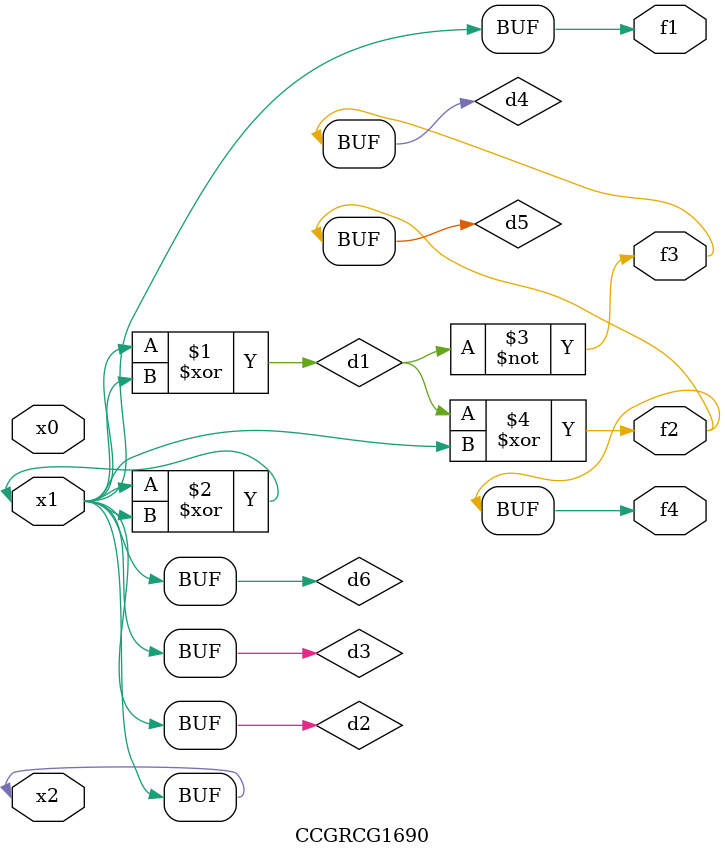
<source format=v>
module CCGRCG1690(
	input x0, x1, x2,
	output f1, f2, f3, f4
);

	wire d1, d2, d3, d4, d5, d6;

	xor (d1, x1, x2);
	buf (d2, x1, x2);
	xor (d3, x1, x2);
	nor (d4, d1);
	xor (d5, d1, d2);
	buf (d6, d2, d3);
	assign f1 = d6;
	assign f2 = d5;
	assign f3 = d4;
	assign f4 = d5;
endmodule

</source>
